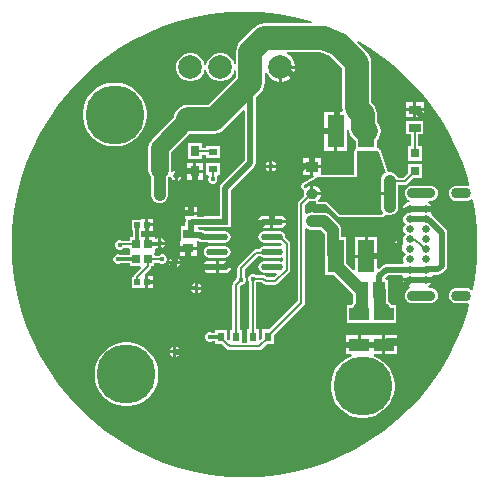
<source format=gtl>
G04*
G04 #@! TF.GenerationSoftware,Altium Limited,Altium Designer,24.5.2 (23)*
G04*
G04 Layer_Physical_Order=1*
G04 Layer_Color=255*
%FSLAX44Y44*%
%MOMM*%
G71*
G04*
G04 #@! TF.SameCoordinates,BBD7BA97-53B7-428A-B693-6A0B443125F4*
G04*
G04*
G04 #@! TF.FilePolarity,Positive*
G04*
G01*
G75*
%ADD12C,0.2000*%
%ADD15R,0.6750X0.7750*%
%ADD16R,0.5200X0.5200*%
%ADD17R,0.6000X0.8000*%
%ADD18R,0.8000X0.8000*%
%ADD19R,1.0043X0.8721*%
G04:AMPARAMS|DCode=20|XSize=1.0043mm|YSize=0.8721mm|CornerRadius=0.4361mm|HoleSize=0mm|Usage=FLASHONLY|Rotation=0.000|XOffset=0mm|YOffset=0mm|HoleType=Round|Shape=RoundedRectangle|*
%AMROUNDEDRECTD20*
21,1,1.0043,0.0000,0,0,0.0*
21,1,0.1322,0.8721,0,0,0.0*
1,1,0.8721,0.0661,0.0000*
1,1,0.8721,-0.0661,0.0000*
1,1,0.8721,-0.0661,0.0000*
1,1,0.8721,0.0661,0.0000*
%
%ADD20ROUNDEDRECTD20*%
G04:AMPARAMS|DCode=21|XSize=1.0043mm|YSize=3.1821mm|CornerRadius=0.4369mm|HoleSize=0mm|Usage=FLASHONLY|Rotation=0.000|XOffset=0mm|YOffset=0mm|HoleType=Round|Shape=RoundedRectangle|*
%AMROUNDEDRECTD21*
21,1,1.0043,2.3084,0,0,0.0*
21,1,0.1306,3.1821,0,0,0.0*
1,1,0.8737,0.0653,-1.1542*
1,1,0.8737,-0.0653,-1.1542*
1,1,0.8737,-0.0653,1.1542*
1,1,0.8737,0.0653,1.1542*
%
%ADD21ROUNDEDRECTD21*%
%ADD22R,1.0000X0.7500*%
%ADD23R,1.7000X1.1000*%
%ADD24R,1.8741X0.5421*%
G04:AMPARAMS|DCode=25|XSize=1.8741mm|YSize=0.5421mm|CornerRadius=0.2711mm|HoleSize=0mm|Usage=FLASHONLY|Rotation=0.000|XOffset=0mm|YOffset=0mm|HoleType=Round|Shape=RoundedRectangle|*
%AMROUNDEDRECTD25*
21,1,1.8741,0.0000,0,0,0.0*
21,1,1.3319,0.5421,0,0,0.0*
1,1,0.5421,0.6660,0.0000*
1,1,0.5421,-0.6660,0.0000*
1,1,0.5421,-0.6660,0.0000*
1,1,0.5421,0.6660,0.0000*
%
%ADD25ROUNDEDRECTD25*%
%ADD26R,0.5200X0.5200*%
%ADD27R,0.8000X0.9000*%
%ADD28R,0.8000X0.6000*%
%ADD29R,1.0549X1.3562*%
%ADD30R,1.4000X2.8000*%
%ADD31R,0.9000X0.8000*%
G04:AMPARAMS|DCode=37|XSize=0.9mm|YSize=1.7mm|CornerRadius=0.45mm|HoleSize=0mm|Usage=FLASHONLY|Rotation=90.000|XOffset=0mm|YOffset=0mm|HoleType=Round|Shape=RoundedRectangle|*
%AMROUNDEDRECTD37*
21,1,0.9000,0.8000,0,0,90.0*
21,1,0.0000,1.7000,0,0,90.0*
1,1,0.9000,0.4000,0.0000*
1,1,0.9000,0.4000,0.0000*
1,1,0.9000,-0.4000,0.0000*
1,1,0.9000,-0.4000,0.0000*
%
%ADD37ROUNDEDRECTD37*%
G04:AMPARAMS|DCode=38|XSize=0.9mm|YSize=2.4mm|CornerRadius=0.45mm|HoleSize=0mm|Usage=FLASHONLY|Rotation=90.000|XOffset=0mm|YOffset=0mm|HoleType=Round|Shape=RoundedRectangle|*
%AMROUNDEDRECTD38*
21,1,0.9000,1.5000,0,0,90.0*
21,1,0.0000,2.4000,0,0,90.0*
1,1,0.9000,0.7500,0.0000*
1,1,0.9000,0.7500,0.0000*
1,1,0.9000,-0.7500,0.0000*
1,1,0.9000,-0.7500,0.0000*
%
%ADD38ROUNDEDRECTD38*%
%ADD39C,0.6500*%
%ADD44C,2.0000*%
%ADD45C,0.3000*%
%ADD46C,0.5000*%
%ADD47C,1.5000*%
%ADD48C,1.0000*%
%ADD49C,2.0000*%
%ADD50C,0.4000*%
%ADD51C,1.0000*%
%ADD52C,5.0000*%
G36*
X1014068Y1196697D02*
X1028064Y1195192D01*
X1041918Y1192693D01*
X1055558Y1189212D01*
X1057146Y1188683D01*
X1056890Y1187104D01*
X1016716D01*
X1013583Y1186691D01*
X1010664Y1185482D01*
X1008157Y1183559D01*
X996441Y1171843D01*
X994518Y1169336D01*
X993309Y1166417D01*
X992896Y1163284D01*
Y1152923D01*
X991296Y1152713D01*
X990782Y1154632D01*
X989202Y1157368D01*
X986968Y1159602D01*
X984232Y1161182D01*
X981180Y1162000D01*
X978020D01*
X974968Y1161182D01*
X972232Y1159602D01*
X969998Y1157368D01*
X968418Y1154632D01*
X967728Y1152058D01*
X966072D01*
X965382Y1154632D01*
X963802Y1157368D01*
X961568Y1159602D01*
X958832Y1161182D01*
X955780Y1162000D01*
X952620D01*
X949568Y1161182D01*
X946832Y1159602D01*
X944598Y1157368D01*
X943018Y1154632D01*
X942200Y1151580D01*
Y1148420D01*
X943018Y1145368D01*
X944598Y1142632D01*
X946832Y1140398D01*
X949568Y1138818D01*
X952620Y1138000D01*
X955780D01*
X958832Y1138818D01*
X961568Y1140398D01*
X963802Y1142632D01*
X965382Y1145368D01*
X966072Y1147942D01*
X967728D01*
X968418Y1145368D01*
X969998Y1142632D01*
X972232Y1140398D01*
X974968Y1138818D01*
X978020Y1138000D01*
X981180D01*
X984232Y1138818D01*
X986968Y1140398D01*
X989202Y1142632D01*
X990782Y1145368D01*
X991296Y1147287D01*
X992896Y1147077D01*
Y1142013D01*
X968987Y1118104D01*
X952000D01*
X948867Y1117691D01*
X945948Y1116482D01*
X943441Y1114558D01*
X941518Y1112052D01*
X940309Y1109133D01*
X940116Y1107667D01*
X921225Y1088775D01*
X919702Y1086791D01*
X918745Y1084480D01*
X918418Y1082000D01*
Y1063333D01*
X918745Y1060853D01*
X919702Y1058542D01*
X920940Y1056929D01*
Y1042000D01*
X921000Y1041541D01*
Y1041078D01*
X921120Y1040631D01*
X921180Y1040173D01*
X921357Y1039745D01*
X921477Y1039298D01*
X921709Y1038897D01*
X921886Y1038470D01*
X922167Y1038103D01*
X922399Y1037702D01*
X922726Y1037375D01*
X923008Y1037008D01*
X923375Y1036726D01*
X923702Y1036399D01*
X924103Y1036167D01*
X924470Y1035885D01*
X924897Y1035708D01*
X925298Y1035477D01*
X925745Y1035357D01*
X926173Y1035180D01*
X926631Y1035120D01*
X927078Y1035000D01*
X927541D01*
X928000Y1034940D01*
X928459Y1035000D01*
X928922D01*
X929369Y1035120D01*
X929827Y1035180D01*
X930255Y1035357D01*
X930702Y1035477D01*
X931103Y1035708D01*
X931530Y1035885D01*
X931897Y1036167D01*
X932298Y1036399D01*
X932625Y1036726D01*
X932992Y1037008D01*
X933274Y1037375D01*
X933601Y1037702D01*
X933833Y1038103D01*
X934115Y1038470D01*
X934292Y1038897D01*
X934523Y1039298D01*
X934643Y1039745D01*
X934820Y1040173D01*
X934880Y1040631D01*
X935000Y1041078D01*
Y1041541D01*
X935060Y1042000D01*
Y1056706D01*
X935864Y1057439D01*
X936774Y1057244D01*
X937516Y1056961D01*
X938151Y1055428D01*
X939428Y1054151D01*
X940730Y1053612D01*
Y1058000D01*
Y1062388D01*
X939428Y1061849D01*
X938935Y1061356D01*
X937420Y1062103D01*
X937582Y1063333D01*
Y1078031D01*
X953447Y1093896D01*
X974000D01*
X977133Y1094309D01*
X980052Y1095518D01*
X982559Y1097441D01*
X998934Y1113817D01*
X1000412Y1113204D01*
Y1070900D01*
X980465Y1050954D01*
X979471Y1049465D01*
X979121Y1047710D01*
Y1023761D01*
X965469D01*
Y1023638D01*
X959890D01*
Y1025230D01*
X954750D01*
X949610D01*
Y1021360D01*
X950150D01*
Y1019447D01*
X949912Y1018250D01*
Y1015250D01*
X946000D01*
Y1003290D01*
X945460D01*
Y998020D01*
X952500D01*
X959540D01*
Y1003162D01*
X961112D01*
X962564Y1002192D01*
X964319Y1001842D01*
X968695D01*
X970180Y1001547D01*
X983499D01*
X985337Y1001913D01*
X986895Y1002954D01*
X987936Y1004512D01*
X988302Y1006350D01*
X987936Y1008188D01*
X986895Y1009746D01*
X985337Y1010787D01*
X983499Y1011153D01*
X970180D01*
X969505Y1011019D01*
X966208D01*
X964756Y1011989D01*
X963000Y1012338D01*
X961050D01*
X960292Y1013938D01*
X960720Y1014462D01*
X965469D01*
Y1014339D01*
X988210D01*
Y1018817D01*
X988298Y1019261D01*
Y1045809D01*
X1008244Y1065756D01*
X1009239Y1067244D01*
X1009588Y1069000D01*
Y1124471D01*
X1013559Y1128441D01*
X1015482Y1130948D01*
X1016691Y1133867D01*
X1017104Y1137000D01*
Y1144990D01*
X1018704Y1145201D01*
X1018715Y1145160D01*
X1020366Y1142300D01*
X1022700Y1139966D01*
X1025560Y1138315D01*
X1028749Y1137460D01*
X1029130D01*
Y1150000D01*
X1030400D01*
Y1151270D01*
X1042940D01*
Y1151651D01*
X1042085Y1154840D01*
X1040434Y1157700D01*
X1038100Y1160034D01*
X1035914Y1161296D01*
X1036343Y1162896D01*
X1064224D01*
X1072354Y1159529D01*
X1082896Y1148987D01*
Y1115971D01*
X1083137Y1114140D01*
X1081774Y1112540D01*
X1078270D01*
Y1096000D01*
Y1079460D01*
X1086540D01*
Y1097045D01*
X1088140Y1097150D01*
X1088309Y1095867D01*
X1089518Y1092948D01*
X1091441Y1090442D01*
X1094000Y1087883D01*
Y1081197D01*
X1093558Y1080902D01*
X1093116Y1080240D01*
X1092961Y1079460D01*
Y1059039D01*
X1064612D01*
Y1064630D01*
X1058320D01*
Y1058574D01*
X1058637Y1057399D01*
X1049156Y1051869D01*
X1048949Y1051685D01*
X1048720Y1051527D01*
X1048653Y1051423D01*
X1048560Y1051341D01*
X1048439Y1051092D01*
X1048288Y1050859D01*
X1048266Y1050737D01*
X1048212Y1050626D01*
X1048195Y1050349D01*
X1048145Y1050077D01*
X1048168Y1048506D01*
X1048236Y1048191D01*
X1048279Y1047872D01*
X1048318Y1047804D01*
X1048335Y1047728D01*
X1048518Y1047463D01*
X1048680Y1047185D01*
X1048742Y1047138D01*
X1048787Y1047073D01*
X1049057Y1046898D01*
X1049313Y1046703D01*
X1050398Y1045482D01*
X1049904Y1043000D01*
X1050262Y1041199D01*
X1045837Y1036774D01*
X1045174Y1035781D01*
X1044941Y1034611D01*
X1044941Y1034611D01*
Y952017D01*
X1020924Y928000D01*
X1015000D01*
Y920576D01*
X1013478Y919054D01*
X1012000Y919666D01*
Y928000D01*
X1010059D01*
Y967941D01*
X1014504D01*
X1015608Y966837D01*
X1016600Y966174D01*
X1017771Y965941D01*
X1026000D01*
X1026000Y965941D01*
X1027170Y966174D01*
X1028163Y966837D01*
X1037694Y976368D01*
X1038357Y977361D01*
X1038590Y978531D01*
X1038590Y978531D01*
Y1000639D01*
X1038357Y1001810D01*
X1037694Y1002802D01*
X1037694Y1002802D01*
X1034544Y1005952D01*
X1034623Y1006350D01*
X1034258Y1008188D01*
X1033216Y1009746D01*
X1031658Y1010787D01*
X1029820Y1011153D01*
X1016501D01*
X1014663Y1010787D01*
X1013105Y1009746D01*
X1012064Y1008188D01*
X1011698Y1006350D01*
X1012064Y1004512D01*
X1013105Y1002954D01*
X1014663Y1001913D01*
X1016501Y1001547D01*
X1029820D01*
X1030218Y1001626D01*
X1031350Y1000495D01*
X1031278Y999750D01*
X1029820Y998453D01*
X1016501D01*
X1014663Y998087D01*
X1013105Y997046D01*
X1012445Y996059D01*
X1010000D01*
X1008829Y995826D01*
X1007837Y995163D01*
X994837Y982163D01*
X994174Y981171D01*
X993941Y980000D01*
X993941Y980000D01*
Y972598D01*
X993609Y972266D01*
X993000Y970796D01*
Y970326D01*
X990587Y967913D01*
X989924Y966920D01*
X989691Y965750D01*
X989691Y965750D01*
Y927500D01*
X987750D01*
Y919339D01*
X986150Y918676D01*
X984750Y920076D01*
Y927500D01*
X974750D01*
Y925069D01*
X972337D01*
X971296Y925500D01*
X969704D01*
X968234Y924891D01*
X967109Y923766D01*
X966500Y922296D01*
Y920704D01*
X967109Y919234D01*
X968234Y918109D01*
X969704Y917500D01*
X971296D01*
X972337Y917931D01*
X974750D01*
Y915500D01*
X980674D01*
X983837Y912337D01*
X983837Y912337D01*
X984829Y911674D01*
X985378Y911565D01*
X986337Y910924D01*
X987507Y910691D01*
X1012500D01*
X1012500Y910691D01*
X1013671Y910924D01*
X1014663Y911587D01*
X1019076Y916000D01*
X1025000D01*
Y923424D01*
X1050163Y948587D01*
X1050163Y948587D01*
X1050826Y949579D01*
X1051059Y950750D01*
Y1013279D01*
X1052659Y1014023D01*
X1053541Y1013346D01*
X1055244Y1012641D01*
X1057072Y1012400D01*
X1064615D01*
X1067940Y1009075D01*
Y992000D01*
X1068000Y991541D01*
Y974000D01*
X1076015D01*
X1091977Y958038D01*
X1092159Y957899D01*
Y950108D01*
X1092008Y949992D01*
X1090885Y948530D01*
X1090873Y948500D01*
X1086500D01*
Y933500D01*
X1107500D01*
Y933500D01*
X1107500Y933500D01*
X1109100Y933500D01*
X1128500D01*
Y948500D01*
X1124127D01*
X1124115Y948530D01*
X1122992Y949992D01*
X1121530Y951115D01*
X1121341Y951193D01*
Y960975D01*
X1121281Y961434D01*
Y970031D01*
X1119782D01*
X1119120Y971631D01*
X1121650Y974162D01*
X1133383D01*
X1134441Y972562D01*
X1134009Y971520D01*
X1139750D01*
Y968980D01*
X1134009D01*
X1134842Y966970D01*
X1136470Y965341D01*
X1138598Y964460D01*
X1139497D01*
X1139816Y962860D01*
X1138772Y962428D01*
X1137414Y961386D01*
X1136372Y960028D01*
X1135717Y958447D01*
X1135494Y956750D01*
X1135717Y955053D01*
X1136372Y953472D01*
X1137414Y952114D01*
X1138772Y951072D01*
X1140353Y950417D01*
X1142050Y950194D01*
X1157050D01*
X1158747Y950417D01*
X1160328Y951072D01*
X1161686Y952114D01*
X1162728Y953472D01*
X1163383Y955053D01*
X1163606Y956750D01*
X1163383Y958447D01*
X1162728Y960028D01*
X1161686Y961386D01*
X1160328Y962428D01*
X1158747Y963083D01*
X1157050Y963306D01*
X1155797D01*
X1155479Y964906D01*
X1156530Y965341D01*
X1158158Y966970D01*
X1158991Y968980D01*
X1153250D01*
Y971520D01*
X1158991D01*
X1158456Y972812D01*
X1159367Y974412D01*
X1164000D01*
X1165756Y974761D01*
X1167244Y975756D01*
X1170244Y978756D01*
X1171239Y980244D01*
X1171588Y982000D01*
Y1009960D01*
X1171239Y1011716D01*
X1170244Y1013204D01*
X1159241Y1024207D01*
X1158592Y1024641D01*
X1158165Y1026443D01*
X1158236Y1026657D01*
X1158991Y1028480D01*
X1153250D01*
Y1031020D01*
X1158991D01*
X1158158Y1033030D01*
X1156530Y1034659D01*
X1155479Y1035094D01*
X1155797Y1036694D01*
X1157050D01*
X1158747Y1036917D01*
X1160328Y1037572D01*
X1161686Y1038614D01*
X1162728Y1039972D01*
X1163383Y1041553D01*
X1163606Y1043250D01*
X1163383Y1044947D01*
X1162728Y1046528D01*
X1161686Y1047886D01*
X1160328Y1048928D01*
X1158747Y1049583D01*
X1157050Y1049806D01*
X1142050D01*
X1140353Y1049583D01*
X1138772Y1048928D01*
X1137414Y1047886D01*
X1136372Y1046528D01*
X1135717Y1044947D01*
X1135494Y1043250D01*
X1135717Y1041553D01*
X1136372Y1039972D01*
X1137414Y1038614D01*
X1138772Y1037572D01*
X1139816Y1037140D01*
X1139497Y1035540D01*
X1138598D01*
X1136470Y1034659D01*
X1134842Y1033030D01*
X1134009Y1031020D01*
X1139750D01*
Y1028480D01*
X1134009D01*
X1134842Y1026470D01*
X1136193Y1025118D01*
X1135299Y1024224D01*
X1134500Y1022294D01*
Y1020206D01*
X1135299Y1018276D01*
X1136575Y1017000D01*
X1135299Y1015724D01*
X1134500Y1013794D01*
Y1011706D01*
X1135299Y1009776D01*
X1136575Y1008500D01*
X1135299Y1007224D01*
X1134500Y1005294D01*
X1133270Y1004472D01*
Y1000000D01*
Y995528D01*
X1134500Y994706D01*
X1135299Y992776D01*
X1136575Y991500D01*
X1135299Y990224D01*
X1134500Y988294D01*
Y986206D01*
X1135025Y984938D01*
X1134147Y983338D01*
X1119750D01*
X1117994Y982989D01*
X1116506Y981994D01*
X1114018Y979507D01*
X1112540Y980119D01*
Y988730D01*
X1103000D01*
X1093460D01*
Y978615D01*
X1091982Y978003D01*
X1086000Y983985D01*
Y1006000D01*
X1082060D01*
Y1012000D01*
X1081820Y1013827D01*
X1081115Y1015530D01*
X1079993Y1016992D01*
X1072532Y1024453D01*
X1071069Y1025575D01*
X1069367Y1026280D01*
X1067539Y1026521D01*
X1059840D01*
X1058877Y1026920D01*
X1057050Y1027160D01*
X1055223Y1026920D01*
X1053520Y1026215D01*
X1052659Y1025554D01*
X1051059Y1026319D01*
Y1033344D01*
X1054588Y1036873D01*
X1056389Y1036515D01*
X1057711D01*
X1060033Y1036977D01*
X1060078Y1036945D01*
X1060621Y1035344D01*
X1060655Y1035286D01*
X1060668Y1035220D01*
X1060853Y1034943D01*
X1061019Y1034656D01*
X1061073Y1034614D01*
X1061110Y1034558D01*
X1061387Y1034373D01*
X1061650Y1034171D01*
X1061715Y1034154D01*
X1061772Y1034116D01*
X1062098Y1034051D01*
X1062419Y1033965D01*
X1062486Y1033974D01*
X1062552Y1033961D01*
X1069155D01*
X1079558Y1023558D01*
X1080220Y1023116D01*
X1081000Y1022961D01*
X1116736D01*
X1116737Y1022961D01*
X1116737Y1022961D01*
X1117159Y1023045D01*
X1117517Y1023116D01*
X1117517Y1023116D01*
X1117517Y1023116D01*
X1117875Y1023355D01*
X1118178Y1023558D01*
X1118178Y1023558D01*
X1118179Y1023559D01*
X1118399Y1023888D01*
X1118620Y1024220D01*
X1118621Y1024220D01*
X1118621Y1024220D01*
X1118656Y1024307D01*
X1119766Y1025413D01*
X1120737Y1025275D01*
X1122297Y1024965D01*
X1123603D01*
X1126088Y1025459D01*
X1128194Y1026867D01*
X1129602Y1028973D01*
X1130096Y1031458D01*
Y1050483D01*
X1135542D01*
X1135542Y1050483D01*
X1136712Y1050716D01*
X1137705Y1051379D01*
X1142326Y1056000D01*
X1150000D01*
Y1068000D01*
X1138000D01*
Y1060326D01*
X1134275Y1056601D01*
X1129687D01*
X1129602Y1057027D01*
X1128194Y1059134D01*
X1126088Y1060541D01*
X1123603Y1061035D01*
X1122297D01*
X1121428Y1061479D01*
X1115728Y1079230D01*
X1115596Y1079469D01*
X1115495Y1079721D01*
X1115404Y1079814D01*
X1115342Y1079926D01*
X1115128Y1080096D01*
X1114938Y1080290D01*
X1113691Y1081143D01*
X1113496Y1081226D01*
X1113320Y1081344D01*
X1113134Y1081381D01*
X1112960Y1081456D01*
X1112748Y1081458D01*
X1112540Y1081499D01*
X1112000D01*
Y1088017D01*
X1113482Y1089948D01*
X1114691Y1092867D01*
X1115104Y1096000D01*
X1114691Y1099133D01*
X1113482Y1102052D01*
X1112104Y1103848D01*
Y1110100D01*
X1112000Y1110887D01*
Y1112000D01*
X1111853D01*
X1111691Y1113233D01*
X1110482Y1116152D01*
X1108559Y1118659D01*
X1107104Y1120114D01*
Y1154000D01*
X1106691Y1157133D01*
X1105482Y1160052D01*
X1103559Y1162559D01*
X1095471Y1170646D01*
X1096460Y1171920D01*
X1106614Y1165895D01*
X1118177Y1157867D01*
X1129138Y1149034D01*
X1139441Y1139441D01*
X1149034Y1129138D01*
X1157867Y1118177D01*
X1165895Y1106614D01*
X1173078Y1094508D01*
X1179379Y1081920D01*
X1184766Y1068914D01*
X1189212Y1055558D01*
X1190442Y1050736D01*
X1189090Y1049565D01*
X1189047Y1049583D01*
X1187350Y1049806D01*
X1179350D01*
X1177653Y1049583D01*
X1176072Y1048928D01*
X1174714Y1047886D01*
X1173672Y1046528D01*
X1173017Y1044947D01*
X1172794Y1043250D01*
X1173017Y1041553D01*
X1173672Y1039972D01*
X1174714Y1038614D01*
X1176072Y1037572D01*
X1177653Y1036917D01*
X1179350Y1036694D01*
X1187350D01*
X1189047Y1036917D01*
X1190628Y1037572D01*
X1191702Y1038397D01*
X1192791Y1038193D01*
X1193425Y1037861D01*
X1195192Y1028064D01*
X1196697Y1014068D01*
X1197200Y1000000D01*
X1196697Y985932D01*
X1195192Y971936D01*
X1193425Y962139D01*
X1192791Y961807D01*
X1191702Y961603D01*
X1190628Y962428D01*
X1189047Y963083D01*
X1187350Y963306D01*
X1179350D01*
X1177653Y963083D01*
X1176072Y962428D01*
X1174714Y961386D01*
X1173672Y960028D01*
X1173017Y958447D01*
X1172794Y956750D01*
X1173017Y955053D01*
X1173672Y953472D01*
X1174714Y952114D01*
X1176072Y951072D01*
X1177653Y950417D01*
X1179350Y950194D01*
X1187350D01*
X1189047Y950417D01*
X1189090Y950435D01*
X1190442Y949264D01*
X1189212Y944442D01*
X1184766Y931086D01*
X1179379Y918080D01*
X1173078Y905492D01*
X1165895Y893386D01*
X1157867Y881823D01*
X1149034Y870862D01*
X1139441Y860559D01*
X1129138Y850966D01*
X1118177Y842133D01*
X1106614Y834105D01*
X1094508Y826922D01*
X1081920Y820621D01*
X1068914Y815234D01*
X1055558Y810788D01*
X1041918Y807307D01*
X1028064Y804808D01*
X1014068Y803303D01*
X1000000Y802800D01*
X985932Y803303D01*
X971936Y804808D01*
X958082Y807307D01*
X944442Y810788D01*
X931086Y815234D01*
X918080Y820621D01*
X905492Y826922D01*
X893386Y834105D01*
X881823Y842133D01*
X870862Y850966D01*
X860559Y860559D01*
X850966Y870862D01*
X842133Y881823D01*
X834105Y893386D01*
X826922Y905492D01*
X820621Y918080D01*
X815234Y931086D01*
X810788Y944442D01*
X807307Y958082D01*
X804808Y971936D01*
X803303Y985932D01*
X802800Y1000000D01*
X803303Y1014068D01*
X804808Y1028064D01*
X807307Y1041918D01*
X810788Y1055558D01*
X815234Y1068914D01*
X820621Y1081920D01*
X826922Y1094508D01*
X834105Y1106614D01*
X842133Y1118177D01*
X850966Y1129138D01*
X860559Y1139441D01*
X870862Y1149034D01*
X881823Y1157867D01*
X893386Y1165895D01*
X905492Y1173078D01*
X918080Y1179379D01*
X931086Y1184766D01*
X944442Y1189212D01*
X958082Y1192693D01*
X971936Y1195192D01*
X985932Y1196697D01*
X1000000Y1197200D01*
X1014068Y1196697D01*
D02*
G37*
G36*
X1112540Y1079460D02*
X1113787Y1078607D01*
X1119487Y1060856D01*
X1118813Y1060577D01*
X1117370Y1059469D01*
X1116263Y1058026D01*
X1115566Y1056346D01*
X1115329Y1054542D01*
Y1044270D01*
X1122950D01*
Y1041730D01*
X1115329D01*
Y1031458D01*
X1115566Y1029654D01*
X1116263Y1027974D01*
X1117317Y1026600D01*
X1117266Y1026281D01*
X1116736Y1025000D01*
X1081000D01*
X1070000Y1036000D01*
X1062552D01*
X1062009Y1037600D01*
X1062632Y1038078D01*
X1063738Y1039520D01*
X1064434Y1041199D01*
X1064504Y1041730D01*
X1057050D01*
Y1043000D01*
X1055780D01*
Y1049880D01*
X1054588Y1049723D01*
X1052909Y1049028D01*
X1051600Y1048023D01*
X1051031Y1048135D01*
X1050207Y1048536D01*
X1050183Y1050107D01*
X1062000Y1057000D01*
X1095000D01*
Y1079460D01*
X1112540D01*
D02*
G37*
G36*
X1014663Y989213D02*
X1016501Y988847D01*
X1029820D01*
X1030872Y989056D01*
X1032300Y988095D01*
Y986505D01*
X1030872Y985544D01*
X1029820Y985753D01*
X1016501D01*
X1014663Y985387D01*
X1013105Y984346D01*
X1012064Y982788D01*
X1011698Y980950D01*
X1012064Y979112D01*
X1013105Y977554D01*
X1014663Y976513D01*
X1016501Y976147D01*
X1026731D01*
X1027343Y974669D01*
X1024733Y972059D01*
X1019038D01*
X1017934Y973163D01*
X1016941Y973826D01*
X1015771Y974059D01*
X1015770Y974059D01*
X1009598D01*
X1009266Y974391D01*
X1007796Y975000D01*
X1006204D01*
X1004734Y974391D01*
X1003609Y973266D01*
X1003000Y971796D01*
Y970204D01*
X1003609Y968734D01*
X1003941Y968402D01*
Y928000D01*
X1002000D01*
Y916809D01*
X997750D01*
Y927500D01*
X995809D01*
Y964483D01*
X997326Y966000D01*
X997796D01*
X999266Y966609D01*
X1000391Y967734D01*
X1001000Y969204D01*
Y970796D01*
X1000391Y972266D01*
X1000059Y972598D01*
Y978733D01*
X1011267Y989941D01*
X1013573D01*
X1014663Y989213D01*
D02*
G37*
%LPC*%
G36*
X1042940Y1148730D02*
X1031670D01*
Y1137460D01*
X1032051D01*
X1035240Y1138315D01*
X1038100Y1139966D01*
X1040434Y1142300D01*
X1042085Y1145160D01*
X1042940Y1148349D01*
Y1148730D01*
D02*
G37*
G36*
X1151540Y1120290D02*
X1145270D01*
Y1115270D01*
X1151540D01*
Y1120290D01*
D02*
G37*
G36*
X1142730D02*
X1136460D01*
Y1115270D01*
X1142730D01*
Y1120290D01*
D02*
G37*
G36*
X1151540Y1112730D02*
X1145270D01*
Y1107710D01*
X1151540D01*
Y1112730D01*
D02*
G37*
G36*
X1142730D02*
X1136460D01*
Y1107710D01*
X1142730D01*
Y1112730D01*
D02*
G37*
G36*
X1075730Y1112540D02*
X1067460D01*
Y1097270D01*
X1075730D01*
Y1112540D01*
D02*
G37*
G36*
X892125Y1137000D02*
X887875D01*
X883678Y1136335D01*
X879636Y1135022D01*
X875849Y1133092D01*
X872411Y1130594D01*
X869406Y1127589D01*
X866908Y1124151D01*
X864978Y1120364D01*
X863665Y1116322D01*
X863000Y1112125D01*
Y1107875D01*
X863665Y1103678D01*
X864978Y1099636D01*
X866908Y1095849D01*
X869406Y1092411D01*
X872411Y1089406D01*
X875849Y1086908D01*
X879636Y1084978D01*
X883678Y1083665D01*
X887875Y1083000D01*
X892125D01*
X896322Y1083665D01*
X900364Y1084978D01*
X904151Y1086908D01*
X907589Y1089406D01*
X910594Y1092411D01*
X913092Y1095849D01*
X915022Y1099636D01*
X916335Y1103678D01*
X917000Y1107875D01*
Y1112125D01*
X916335Y1116322D01*
X915022Y1120364D01*
X913092Y1124151D01*
X910594Y1127589D01*
X907589Y1130594D01*
X904151Y1133092D01*
X900364Y1135022D01*
X896322Y1136335D01*
X892125Y1137000D01*
D02*
G37*
G36*
X1075730Y1094730D02*
X1067460D01*
Y1079460D01*
X1075730D01*
Y1094730D01*
D02*
G37*
G36*
X964000Y1085500D02*
X952000D01*
Y1072500D01*
X964000D01*
Y1075941D01*
X967000D01*
Y1073500D01*
X979000D01*
Y1083500D01*
X967000D01*
Y1082059D01*
X964000D01*
Y1085500D01*
D02*
G37*
G36*
X1151000Y1104750D02*
X1137000D01*
Y1093250D01*
X1140941D01*
Y1083000D01*
X1138000D01*
Y1071000D01*
X1150000D01*
Y1083000D01*
X1147059D01*
Y1093250D01*
X1151000D01*
Y1104750D01*
D02*
G37*
G36*
X1023620Y1070738D02*
Y1067620D01*
X1026738D01*
X1026199Y1068922D01*
X1024922Y1070199D01*
X1023620Y1070738D01*
D02*
G37*
G36*
X1021080D02*
X1019778Y1070199D01*
X1018501Y1068922D01*
X1017962Y1067620D01*
X1021080D01*
Y1070738D01*
D02*
G37*
G36*
X1064612Y1072801D02*
X1058320D01*
Y1067170D01*
X1064612D01*
Y1072801D01*
D02*
G37*
G36*
X1055780D02*
X1049489D01*
Y1067170D01*
X1055780D01*
Y1072801D01*
D02*
G37*
G36*
X964540Y1069040D02*
X959270D01*
Y1063270D01*
X964540D01*
Y1069040D01*
D02*
G37*
G36*
X956730D02*
X951460D01*
Y1063270D01*
X956730D01*
Y1069040D01*
D02*
G37*
G36*
X1026738Y1065080D02*
X1023620D01*
Y1061962D01*
X1024922Y1062501D01*
X1026199Y1063778D01*
X1026738Y1065080D01*
D02*
G37*
G36*
X1021080D02*
X1017962D01*
X1018501Y1063778D01*
X1019778Y1062501D01*
X1021080Y1061962D01*
Y1065080D01*
D02*
G37*
G36*
X943270Y1062388D02*
Y1059270D01*
X946388D01*
X945849Y1060572D01*
X944572Y1061849D01*
X943270Y1062388D01*
D02*
G37*
G36*
X1055780Y1064630D02*
X1049489D01*
Y1058999D01*
X1055780D01*
Y1064630D01*
D02*
G37*
G36*
X964540Y1060730D02*
X959270D01*
Y1054960D01*
X964540D01*
Y1060730D01*
D02*
G37*
G36*
X956730D02*
X951460D01*
Y1054960D01*
X956730D01*
Y1060730D01*
D02*
G37*
G36*
X946388Y1056730D02*
X943270D01*
Y1053612D01*
X944572Y1054151D01*
X945849Y1055428D01*
X946388Y1056730D01*
D02*
G37*
G36*
X979000Y1069000D02*
X967000D01*
Y1059000D01*
X968859D01*
X969609Y1057516D01*
X969000Y1056046D01*
Y1054454D01*
X969609Y1052984D01*
X970734Y1051859D01*
X972204Y1051250D01*
X973796D01*
X975266Y1051859D01*
X976391Y1052984D01*
X977000Y1054454D01*
Y1056046D01*
X976391Y1057516D01*
X977141Y1059000D01*
X979000D01*
Y1069000D01*
D02*
G37*
G36*
X959890Y1031640D02*
X956020D01*
Y1027770D01*
X959890D01*
Y1031640D01*
D02*
G37*
G36*
X953480D02*
X949610D01*
Y1027770D01*
X953480D01*
Y1031640D01*
D02*
G37*
G36*
X1029820Y1024404D02*
X1024431D01*
Y1020320D01*
X1034921D01*
X1034766Y1021099D01*
X1033606Y1022835D01*
X1031869Y1023996D01*
X1029820Y1024404D01*
D02*
G37*
G36*
X1021891D02*
X1016501D01*
X1014452Y1023996D01*
X1012716Y1022835D01*
X1011555Y1021099D01*
X1011400Y1020320D01*
X1021891D01*
Y1024404D01*
D02*
G37*
G36*
X922390Y1021640D02*
X918520D01*
Y1017770D01*
X922390D01*
Y1021640D01*
D02*
G37*
G36*
X1034921Y1017780D02*
X1024431D01*
Y1013697D01*
X1029820D01*
X1031869Y1014104D01*
X1033606Y1015265D01*
X1034766Y1017001D01*
X1034921Y1017780D01*
D02*
G37*
G36*
X1021891D02*
X1011400D01*
X1011555Y1017001D01*
X1012716Y1015265D01*
X1014452Y1014104D01*
X1016501Y1013697D01*
X1021891D01*
Y1017780D01*
D02*
G37*
G36*
X922390Y1015230D02*
X918520D01*
Y1011360D01*
X922390D01*
Y1015230D01*
D02*
G37*
G36*
X915980Y1021640D02*
X912110D01*
Y1021100D01*
X904650D01*
Y1011900D01*
X905181D01*
Y1006125D01*
X902875D01*
Y1003309D01*
X895541D01*
X895518Y1003304D01*
X895046Y1003500D01*
X893454D01*
X891984Y1002891D01*
X890859Y1001766D01*
X890250Y1000296D01*
Y998704D01*
X890859Y997234D01*
X891984Y996109D01*
X893454Y995500D01*
X895046D01*
X896516Y996109D01*
X897598Y997191D01*
X901744D01*
X902875Y996060D01*
X902875Y993375D01*
X902875Y992775D01*
Y991069D01*
X894837D01*
X893796Y991500D01*
X892204D01*
X890734Y990891D01*
X889609Y989766D01*
X889000Y988296D01*
Y986704D01*
X889609Y985234D01*
X890734Y984109D01*
X892204Y983500D01*
X893796D01*
X894837Y983931D01*
X902875D01*
Y981625D01*
X911827D01*
X912439Y980147D01*
X906884Y974591D01*
X906221Y973599D01*
X906022Y972600D01*
X904400D01*
Y963400D01*
X911860D01*
Y962860D01*
X915730D01*
Y968000D01*
Y974213D01*
X915562Y974618D01*
X920163Y979219D01*
X920163Y979219D01*
X920826Y980211D01*
X921059Y981382D01*
X922614Y981625D01*
X923375D01*
Y984441D01*
X927652D01*
X927984Y984109D01*
X929454Y983500D01*
X931046D01*
X932516Y984109D01*
X933641Y985234D01*
X934250Y986704D01*
Y988296D01*
X933641Y989766D01*
X932516Y990891D01*
X931046Y991500D01*
X929454D01*
X927984Y990891D01*
X927652Y990559D01*
X924506D01*
X923375Y991690D01*
Y992459D01*
X923915Y993835D01*
X923915Y994751D01*
Y996402D01*
X925428Y997151D01*
X926730Y996612D01*
Y1001000D01*
Y1005388D01*
X925428Y1004849D01*
X923915Y1005598D01*
Y1006665D01*
X919270D01*
Y1000250D01*
X916730D01*
Y1006665D01*
X912319D01*
Y1011360D01*
X915980D01*
Y1016500D01*
Y1021640D01*
D02*
G37*
G36*
X929270Y1005388D02*
Y1002270D01*
X932388D01*
X931849Y1003572D01*
X930572Y1004849D01*
X929270Y1005388D01*
D02*
G37*
G36*
X1130730Y1004388D02*
X1129428Y1003849D01*
X1128151Y1002572D01*
X1127612Y1001270D01*
X1130730D01*
Y1004388D01*
D02*
G37*
G36*
X932388Y999730D02*
X929270D01*
Y996612D01*
X930572Y997151D01*
X931849Y998428D01*
X932388Y999730D01*
D02*
G37*
G36*
X1130730Y998730D02*
X1127612D01*
X1128151Y997428D01*
X1129428Y996151D01*
X1130730Y995612D01*
Y998730D01*
D02*
G37*
G36*
X1112540Y1006540D02*
X1104270D01*
Y991270D01*
X1112540D01*
Y1006540D01*
D02*
G37*
G36*
X1101730D02*
X1093460D01*
Y991270D01*
X1101730D01*
Y1006540D01*
D02*
G37*
G36*
X959540Y995480D02*
X953770D01*
Y990210D01*
X959540D01*
Y995480D01*
D02*
G37*
G36*
X951230D02*
X945460D01*
Y990210D01*
X951230D01*
Y995480D01*
D02*
G37*
G36*
X983499Y998453D02*
X970180D01*
X968342Y998087D01*
X966784Y997046D01*
X965742Y995488D01*
X965377Y993650D01*
X965742Y991812D01*
X966784Y990254D01*
X968342Y989213D01*
X970180Y988847D01*
X983499D01*
X985337Y989213D01*
X986895Y990254D01*
X987936Y991812D01*
X988302Y993650D01*
X987936Y995488D01*
X986895Y997046D01*
X985337Y998087D01*
X983499Y998453D01*
D02*
G37*
G36*
X942020Y989388D02*
Y986270D01*
X945138D01*
X944599Y987572D01*
X943322Y988849D01*
X942020Y989388D01*
D02*
G37*
G36*
X939480D02*
X938178Y988849D01*
X936901Y987572D01*
X936362Y986270D01*
X939480D01*
Y989388D01*
D02*
G37*
G36*
X983499Y986303D02*
X978109D01*
Y982220D01*
X988600D01*
X988445Y982999D01*
X987284Y984735D01*
X985548Y985896D01*
X983499Y986303D01*
D02*
G37*
G36*
X975569D02*
X970180D01*
X968131Y985896D01*
X966394Y984735D01*
X965234Y982999D01*
X965079Y982220D01*
X975569D01*
Y986303D01*
D02*
G37*
G36*
X945138Y983730D02*
X942020D01*
Y980612D01*
X943322Y981151D01*
X944599Y982428D01*
X945138Y983730D01*
D02*
G37*
G36*
X939480D02*
X936362D01*
X936901Y982428D01*
X938178Y981151D01*
X939480Y980612D01*
Y983730D01*
D02*
G37*
G36*
X988600Y979680D02*
X978109D01*
Y975596D01*
X983499D01*
X985548Y976004D01*
X987284Y977165D01*
X988445Y978901D01*
X988600Y979680D01*
D02*
G37*
G36*
X975569D02*
X965079D01*
X965234Y978901D01*
X966394Y977165D01*
X968131Y976004D01*
X970180Y975596D01*
X975569D01*
Y979680D01*
D02*
G37*
G36*
X922140Y973140D02*
X918270D01*
Y969270D01*
X922140D01*
Y973140D01*
D02*
G37*
G36*
X960270Y967388D02*
Y964270D01*
X963388D01*
X962849Y965572D01*
X961572Y966849D01*
X960270Y967388D01*
D02*
G37*
G36*
X957730D02*
X956428Y966849D01*
X955151Y965572D01*
X954612Y964270D01*
X957730D01*
Y967388D01*
D02*
G37*
G36*
X922140Y966730D02*
X918270D01*
Y962860D01*
X922140D01*
Y966730D01*
D02*
G37*
G36*
X963388Y961730D02*
X960270D01*
Y958612D01*
X961572Y959151D01*
X962849Y960428D01*
X963388Y961730D01*
D02*
G37*
G36*
X957730D02*
X954612D01*
X955151Y960428D01*
X956428Y959151D01*
X957730Y958612D01*
Y961730D01*
D02*
G37*
G36*
X1129040Y923040D02*
X1119270D01*
Y916270D01*
X1129040D01*
Y923040D01*
D02*
G37*
G36*
X1095730D02*
X1085960D01*
Y916270D01*
X1095730D01*
Y923040D01*
D02*
G37*
G36*
X942270Y913388D02*
Y910270D01*
X945388D01*
X944849Y911572D01*
X943572Y912849D01*
X942270Y913388D01*
D02*
G37*
G36*
X939730D02*
X938428Y912849D01*
X937151Y911572D01*
X936612Y910270D01*
X939730D01*
Y913388D01*
D02*
G37*
G36*
X1129040Y913730D02*
X1119270D01*
Y906960D01*
X1129040D01*
Y913730D01*
D02*
G37*
G36*
X945388Y907730D02*
X942270D01*
Y904612D01*
X943572Y905151D01*
X944849Y906428D01*
X945388Y907730D01*
D02*
G37*
G36*
X939730D02*
X936612D01*
X937151Y906428D01*
X938428Y905151D01*
X939730Y904612D01*
Y907730D01*
D02*
G37*
G36*
X902125Y917000D02*
X897875D01*
X893678Y916335D01*
X889636Y915022D01*
X885849Y913092D01*
X882411Y910594D01*
X879406Y907589D01*
X876908Y904151D01*
X874978Y900364D01*
X873665Y896322D01*
X873000Y892125D01*
Y887875D01*
X873665Y883678D01*
X874978Y879636D01*
X876908Y875849D01*
X879406Y872411D01*
X882411Y869406D01*
X885849Y866908D01*
X889636Y864978D01*
X893678Y863665D01*
X897875Y863000D01*
X902125D01*
X906322Y863665D01*
X910364Y864978D01*
X914151Y866908D01*
X917589Y869406D01*
X920594Y872411D01*
X923092Y875849D01*
X925022Y879636D01*
X926335Y883678D01*
X927000Y887875D01*
Y892125D01*
X926335Y896322D01*
X925022Y900364D01*
X923092Y904151D01*
X920594Y907589D01*
X917589Y910594D01*
X914151Y913092D01*
X910364Y915022D01*
X906322Y916335D01*
X902125Y917000D01*
D02*
G37*
G36*
X1116730Y923040D02*
X1098270D01*
Y915000D01*
X1097000D01*
Y913730D01*
X1085960D01*
Y906960D01*
X1090423D01*
X1090676Y905360D01*
X1089636Y905022D01*
X1085849Y903092D01*
X1082411Y900594D01*
X1079406Y897589D01*
X1076908Y894151D01*
X1074978Y890364D01*
X1073665Y886322D01*
X1073000Y882125D01*
Y877875D01*
X1073665Y873678D01*
X1074978Y869636D01*
X1076908Y865849D01*
X1079406Y862411D01*
X1082411Y859406D01*
X1085849Y856908D01*
X1089636Y854978D01*
X1093678Y853665D01*
X1097875Y853000D01*
X1102125D01*
X1106322Y853665D01*
X1110364Y854978D01*
X1114151Y856908D01*
X1117589Y859406D01*
X1120594Y862411D01*
X1123092Y865849D01*
X1125022Y869636D01*
X1126335Y873678D01*
X1127000Y877875D01*
Y882125D01*
X1126335Y886322D01*
X1125022Y890364D01*
X1123092Y894151D01*
X1120594Y897589D01*
X1117589Y900594D01*
X1114151Y903092D01*
X1110364Y905022D01*
X1109324Y905360D01*
X1109577Y906960D01*
X1116730D01*
Y915000D01*
Y923040D01*
D02*
G37*
G36*
X1058320Y1049880D02*
Y1044270D01*
X1064504D01*
X1064434Y1044801D01*
X1063738Y1046480D01*
X1062632Y1047922D01*
X1061191Y1049028D01*
X1059512Y1049723D01*
X1058320Y1049880D01*
D02*
G37*
%LPD*%
D12*
X895541Y1000250D02*
X908250D01*
X894791Y999500D02*
X895541Y1000250D01*
X894250Y999500D02*
X894791D01*
X909000Y968000D02*
X909047Y968047D01*
Y972428D02*
X918000Y981382D01*
X909047Y968047D02*
Y972428D01*
X918000Y981382D02*
Y987500D01*
X930250D01*
X928000Y997500D02*
X940750Y984750D01*
X1012500Y913750D02*
X1019500Y920750D01*
X979750Y921500D02*
X979750Y921500D01*
X986757Y914500D02*
X987507Y913750D01*
X1012500D01*
X992750Y921500D02*
Y965750D01*
X1019500Y922250D02*
X1048000Y950750D01*
X979750Y920750D02*
X986000Y914500D01*
X1019500Y920750D02*
Y922250D01*
X986000Y914500D02*
X986757D01*
X979750Y920750D02*
X979750D01*
X1017771Y969000D02*
X1026000D01*
X1007000Y971000D02*
X1015771D01*
X1007000Y922000D02*
Y971000D01*
X1015771D02*
X1017771Y969000D01*
X1006500Y921500D02*
X1007000Y922000D01*
X1026000Y969000D02*
X1035531Y978531D01*
X1022511Y993000D02*
X1023161Y993650D01*
X1010000Y993000D02*
X1022511D01*
X997000Y980000D02*
X1010000Y993000D01*
X997000Y970000D02*
Y980000D01*
X992750Y965750D02*
X997000Y970000D01*
X1144000Y1077000D02*
Y1099000D01*
X1022350Y1066350D02*
X1050350D01*
X1056600D02*
X1057050Y1065900D01*
X928000Y997500D02*
Y1001000D01*
X1048000Y1034611D02*
X1056389Y1043000D01*
X1057050D01*
X1048000Y950750D02*
Y1034611D01*
X958000Y1079000D02*
X972500D01*
X973000Y1078500D01*
Y1055250D02*
Y1064000D01*
X1122950Y1049777D02*
X1126715Y1053542D01*
X1122950Y1043000D02*
Y1049777D01*
X1135542Y1053542D02*
X1144000Y1062000D01*
X1126715Y1053542D02*
X1135542D01*
X1035531Y978531D02*
Y1000639D01*
X1029820Y1006350D02*
X1035531Y1000639D01*
X1023161Y1006350D02*
X1029820D01*
X1139885Y1004115D02*
X1144454D01*
X1149313Y999257D02*
X1149405D01*
X1139750Y1004250D02*
X1139885Y1004115D01*
X1144454D02*
X1149313Y999257D01*
X1149405D02*
X1152911Y995750D01*
X1153250D01*
D15*
X918000Y1000250D02*
D03*
Y987500D02*
D03*
X908250Y1000250D02*
D03*
Y987500D02*
D03*
D16*
X917250Y1016500D02*
D03*
X909250D02*
D03*
X917000Y968000D02*
D03*
X909000D02*
D03*
D17*
X1007000Y922000D02*
D03*
X1020000D02*
D03*
X992750Y921500D02*
D03*
X979750D02*
D03*
D18*
X1144000Y1077000D02*
D03*
Y1062000D02*
D03*
D19*
X1057050Y1065900D02*
D03*
D20*
Y1043000D02*
D03*
Y1020100D02*
D03*
D21*
X1122950Y1043000D02*
D03*
D22*
X1144000Y1114000D02*
D03*
Y1099000D02*
D03*
D23*
X1118000Y915000D02*
D03*
Y941000D02*
D03*
X1097000Y915000D02*
D03*
Y941000D02*
D03*
D24*
X976839Y1019050D02*
D03*
D25*
Y1006350D02*
D03*
Y993650D02*
D03*
Y980950D02*
D03*
X1023161D02*
D03*
Y993650D02*
D03*
Y1006350D02*
D03*
Y1019050D02*
D03*
D26*
X954750Y1018500D02*
D03*
Y1026500D02*
D03*
D27*
X958000Y1079000D02*
D03*
Y1062000D02*
D03*
D28*
X973000Y1078500D02*
D03*
Y1064000D02*
D03*
D29*
X1114007Y961250D02*
D03*
X1099493D02*
D03*
D30*
X1103000Y990000D02*
D03*
X1077000D02*
D03*
Y1096000D02*
D03*
X1103000D02*
D03*
D31*
X952500Y996750D02*
D03*
Y1009250D02*
D03*
D37*
X1183350Y956750D02*
D03*
Y1043250D02*
D03*
D38*
X1149550Y956750D02*
D03*
Y1043250D02*
D03*
D39*
X1139750Y970250D02*
D03*
Y978750D02*
D03*
Y987250D02*
D03*
Y995750D02*
D03*
Y1004250D02*
D03*
Y1012750D02*
D03*
Y1021250D02*
D03*
Y1029750D02*
D03*
X1153250D02*
D03*
Y1021250D02*
D03*
Y1012750D02*
D03*
Y1004250D02*
D03*
Y995750D02*
D03*
Y987250D02*
D03*
Y978750D02*
D03*
Y970250D02*
D03*
D44*
X1079535Y1169465D02*
G03*
X1066477Y1175000I-79535J-169465D01*
G01*
X1100000Y1099000D02*
Y1110100D01*
Y1099000D02*
X1103000Y1096000D01*
X1096000Y1114100D02*
X1100000Y1110100D01*
X1079535Y1169465D02*
X1095000Y1154000D01*
Y1115971D02*
X1096000Y1114970D01*
X1095000Y1115971D02*
Y1154000D01*
X1096000Y1114100D02*
Y1114970D01*
X1005000Y1137000D02*
Y1163284D01*
X974000Y1106000D02*
X1005000Y1137000D01*
X952000Y1106000D02*
X974000D01*
X1016716Y1175000D02*
X1066477D01*
X1005000Y1163284D02*
X1016716Y1175000D01*
D45*
X893000Y987500D02*
X908250D01*
X908250Y987500D01*
X940750Y973250D02*
Y984750D01*
X908750Y1016000D02*
X909250Y1016500D01*
X908250Y1000250D02*
X908750Y1000750D01*
Y1016000D01*
X940750Y973250D02*
X951000Y963000D01*
X939375Y983375D02*
X940750Y984750D01*
X924000Y968000D02*
X939375Y983375D01*
X919490Y998760D02*
X920875Y1000146D01*
X917250Y1016500D02*
X917625Y1016125D01*
Y1000625D02*
X918000Y1000250D01*
X917625Y1000625D02*
Y1016125D01*
X917000Y968000D02*
X924000D01*
X920875Y1000146D02*
X926875D01*
X927729Y1001000D01*
X928000D01*
X970500Y921500D02*
X979750D01*
X959000Y963000D02*
X959000Y963000D01*
X951000Y963000D02*
X959000D01*
X974000Y982068D02*
X975118Y980950D01*
X976839D01*
D46*
X940750Y984750D02*
Y993536D01*
Y984750D02*
Y985000D01*
X985229Y908250D02*
X1074250D01*
X1081000Y915000D01*
X941000Y909000D02*
X984479D01*
X985229Y908250D01*
X1097000Y915000D02*
X1118000D01*
X1081000D02*
X1097000D01*
X1118000D02*
X1121000Y918000D01*
X1131000D01*
X1133000Y920000D01*
Y963094D01*
X1144000Y1114000D02*
X1145250D01*
X1167000Y1092250D01*
X1050350Y1066350D02*
X1056600D01*
X942000Y1058000D02*
X946000Y1062000D01*
X958000D01*
X958050Y980950D02*
X975118D01*
X1005000Y1069000D02*
Y1146000D01*
X983710Y1047710D02*
X1005000Y1069000D01*
X1016501Y1019050D02*
X1023161D01*
X976839Y980950D02*
X983499D01*
X1000000Y997451D01*
Y1002549D01*
X1016501Y1019050D01*
X983710Y1019261D02*
Y1047710D01*
X983499Y1019050D02*
X983710Y1019261D01*
X976839Y1019050D02*
X983499D01*
X1103000Y990000D02*
X1122000D01*
X1132000Y1000000D01*
X1023161Y1039161D02*
X1050350Y1066350D01*
X1023161Y1019050D02*
Y1039161D01*
X940500Y1023571D02*
X943429Y1026500D01*
X954750D01*
X940500Y993785D02*
Y1023571D01*
Y993785D02*
X940750Y993536D01*
X952500Y986500D02*
Y996750D01*
X952215Y996464D02*
X952500Y996750D01*
X940750Y993536D02*
X943679Y996464D01*
X952215D01*
X952500Y986500D02*
X958050Y980950D01*
X953000Y1009250D02*
X954500Y1010750D01*
Y1018250D01*
X954750Y1018500D01*
Y1026500D02*
Y1033750D01*
X958000Y1037000D01*
Y1062000D01*
X1139750Y969844D02*
Y970250D01*
X1133000Y963094D02*
X1139750Y969844D01*
X1164071Y1029750D02*
X1166250D01*
X1178000Y1018000D01*
Y983101D02*
Y1018000D01*
X1153250Y970250D02*
X1165150D01*
X1178000Y983101D01*
X1132000Y1000000D02*
Y1024460D01*
X1137003Y1029463D01*
X1139463D01*
X1139750Y1029750D01*
X1164071D02*
X1167000Y1032679D01*
Y1092250D01*
X1153250Y1029750D02*
X1164071D01*
X1057050Y1090050D02*
X1063000Y1096000D01*
X1077000D01*
X1057050Y1065900D02*
Y1090050D01*
X1078000Y1097000D02*
Y1113000D01*
X1077000Y1096000D02*
X1078000Y1097000D01*
X1052000Y1139000D02*
X1078000Y1113000D01*
X1044149Y1139000D02*
X1052000D01*
X1030400Y1150000D02*
X1033149D01*
X1044149Y1139000D01*
X1114007Y973007D02*
X1119750Y978750D01*
X1114007Y961250D02*
Y973007D01*
X1153250Y978750D02*
X1153500Y979000D01*
X1164000D01*
X1167000Y982000D01*
Y1009960D01*
X1153537Y1020963D02*
X1155997D01*
X1167000Y1009960D01*
X1153250Y1021250D02*
X1153537Y1020963D01*
X1139750Y1021250D02*
X1153250D01*
X1139750Y978750D02*
X1153250D01*
X1119750D02*
X1139750D01*
Y1029750D02*
X1153250D01*
X1139750Y970250D02*
X1153250D01*
X954750Y1018500D02*
X955300Y1019050D01*
X976839D01*
X976759Y1006431D02*
X976839Y1006350D01*
X964319Y1006431D02*
X976759D01*
X963000Y1007750D02*
X964319Y1006431D01*
X954000Y1007750D02*
X963000D01*
X952500Y1009250D02*
X954000Y1007750D01*
D47*
X928000Y1082000D02*
X952000Y1106000D01*
X928000Y1063333D02*
Y1082000D01*
D48*
Y1042000D02*
Y1063333D01*
X1096969Y963031D02*
X1099219D01*
X1099493Y962757D01*
X1077000Y983000D02*
Y990000D01*
Y983000D02*
X1096969Y963031D01*
X1099493Y961250D02*
Y962757D01*
X1057050Y1019482D02*
X1057072Y1019461D01*
X1057050Y1019482D02*
Y1020100D01*
X1057072Y1019461D02*
X1067539D01*
X1075000Y1012000D01*
Y992000D02*
Y1012000D01*
Y992000D02*
X1077000Y990000D01*
X1099219Y945500D02*
Y960975D01*
X1098719Y945000D02*
X1099219Y945500D01*
X1097000Y945000D02*
X1098719D01*
X1099219Y960975D02*
X1099493Y961250D01*
X1115000Y945000D02*
X1118000D01*
X1114007Y961250D02*
X1114281Y960975D01*
Y945719D02*
Y960975D01*
Y945719D02*
X1115000Y945000D01*
D49*
X1030400Y1150000D02*
D03*
X1005000D02*
D03*
X954200Y1150000D02*
D03*
X979600Y1150000D02*
D03*
D50*
X894250Y999500D02*
D03*
X893000Y987500D02*
D03*
X930250Y987500D02*
D03*
X940750Y985000D02*
D03*
X970500Y921500D02*
D03*
X959000Y963000D02*
D03*
X1007000Y971000D02*
D03*
X997000Y970000D02*
D03*
X1022350Y1066350D02*
D03*
X941000Y909000D02*
D03*
X942000Y1058000D02*
D03*
X928000Y1001000D02*
D03*
X973000Y1055250D02*
D03*
X1132000Y1000000D02*
D03*
D51*
X928000Y1042000D02*
D03*
D52*
X900000Y890000D02*
D03*
X890000Y1110000D02*
D03*
X1100000Y880000D02*
D03*
M02*

</source>
